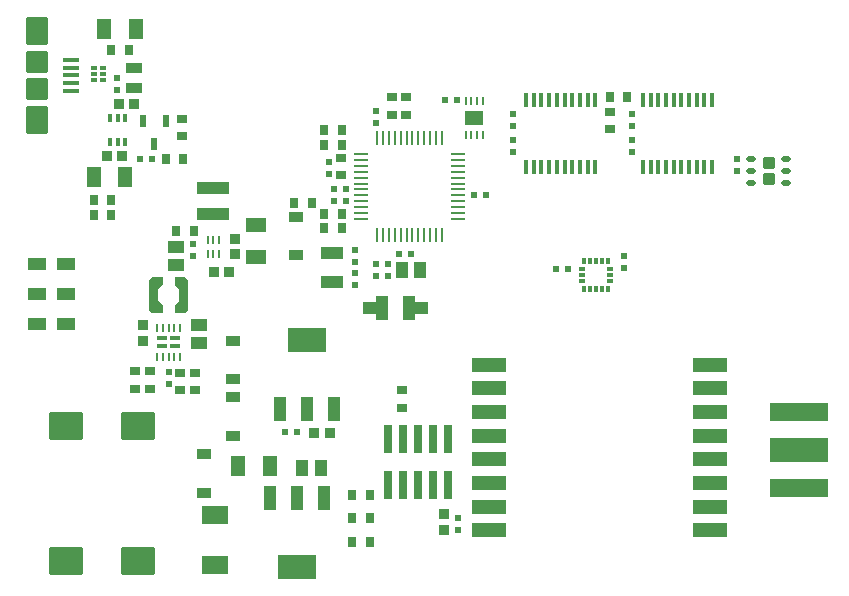
<source format=gtp>
G04 Layer_Color=8421504*
%FSLAX25Y25*%
%MOIN*%
G70*
G01*
G75*
%ADD11R,0.02559X0.03347*%
%ADD12R,0.03347X0.02559*%
%ADD13R,0.01968X0.01968*%
%ADD14R,0.01968X0.01968*%
%ADD15R,0.06299X0.03937*%
G04:AMPARAMS|DCode=16|XSize=110.24mil|YSize=94.49mil|CornerRadius=4.72mil|HoleSize=0mil|Usage=FLASHONLY|Rotation=0.000|XOffset=0mil|YOffset=0mil|HoleType=Round|Shape=RoundedRectangle|*
%AMROUNDEDRECTD16*
21,1,0.11024,0.08504,0,0,0.0*
21,1,0.10079,0.09449,0,0,0.0*
1,1,0.00945,0.05039,-0.04252*
1,1,0.00945,-0.05039,-0.04252*
1,1,0.00945,-0.05039,0.04252*
1,1,0.00945,0.05039,0.04252*
%
%ADD16ROUNDEDRECTD16*%
%ADD18O,0.03347X0.01772*%
%ADD20R,0.01378X0.02165*%
%ADD21R,0.02165X0.01378*%
%ADD22R,0.11811X0.04724*%
%ADD23R,0.05905X0.05118*%
%ADD24R,0.00984X0.03150*%
%ADD25O,0.00984X0.04921*%
%ADD26O,0.04921X0.00984*%
%ADD27R,0.01575X0.02559*%
%ADD29R,0.01102X0.03150*%
%ADD31R,0.03937X0.08465*%
%ADD32R,0.12598X0.08465*%
%ADD33R,0.01929X0.01181*%
%ADD34R,0.02047X0.01181*%
%ADD35O,0.01575X0.04724*%
%ADD37R,0.02362X0.04331*%
%ADD38R,0.03937X0.07874*%
%ADD39R,0.02500X0.08000*%
%ADD40R,0.10630X0.03937*%
%ADD41R,0.05315X0.03661*%
%ADD42R,0.08583X0.06378*%
%ADD43R,0.04803X0.03583*%
%ADD44R,0.03000X0.09449*%
G04:AMPARAMS|DCode=45|XSize=15.75mil|YSize=55.12mil|CornerRadius=0.79mil|HoleSize=0mil|Usage=FLASHONLY|Rotation=270.000|XOffset=0mil|YOffset=0mil|HoleType=Round|Shape=RoundedRectangle|*
%AMROUNDEDRECTD45*
21,1,0.01575,0.05354,0,0,270.0*
21,1,0.01417,0.05512,0,0,270.0*
1,1,0.00158,-0.02677,-0.00709*
1,1,0.00158,-0.02677,0.00709*
1,1,0.00158,0.02677,0.00709*
1,1,0.00158,0.02677,-0.00709*
%
%ADD45ROUNDEDRECTD45*%
G04:AMPARAMS|DCode=46|XSize=70.87mil|YSize=74.8mil|CornerRadius=3.54mil|HoleSize=0mil|Usage=FLASHONLY|Rotation=270.000|XOffset=0mil|YOffset=0mil|HoleType=Round|Shape=RoundedRectangle|*
%AMROUNDEDRECTD46*
21,1,0.07087,0.06772,0,0,270.0*
21,1,0.06378,0.07480,0,0,270.0*
1,1,0.00709,-0.03386,-0.03189*
1,1,0.00709,-0.03386,0.03189*
1,1,0.00709,0.03386,0.03189*
1,1,0.00709,0.03386,-0.03189*
%
%ADD46ROUNDEDRECTD46*%
G04:AMPARAMS|DCode=47|XSize=90.55mil|YSize=74.8mil|CornerRadius=3.74mil|HoleSize=0mil|Usage=FLASHONLY|Rotation=270.000|XOffset=0mil|YOffset=0mil|HoleType=Round|Shape=RoundedRectangle|*
%AMROUNDEDRECTD47*
21,1,0.09055,0.06732,0,0,270.0*
21,1,0.08307,0.07480,0,0,270.0*
1,1,0.00748,-0.03366,-0.04153*
1,1,0.00748,-0.03366,0.04153*
1,1,0.00748,0.03366,0.04153*
1,1,0.00748,0.03366,-0.04153*
%
%ADD47ROUNDEDRECTD47*%
%ADD48R,0.03937X0.05512*%
%ADD49R,0.03347X0.03543*%
%ADD50R,0.05512X0.03937*%
%ADD51R,0.03543X0.03347*%
%ADD52R,0.06890X0.04724*%
%ADD53R,0.04724X0.06890*%
%ADD54R,0.19685X0.05905*%
%ADD55R,0.19685X0.07874*%
G04:AMPARAMS|DCode=86|XSize=39.37mil|YSize=39.37mil|CornerRadius=3.94mil|HoleSize=0mil|Usage=FLASHONLY|Rotation=0.000|XOffset=0mil|YOffset=0mil|HoleType=Round|Shape=RoundedRectangle|*
%AMROUNDEDRECTD86*
21,1,0.03937,0.03150,0,0,0.0*
21,1,0.03150,0.03937,0,0,0.0*
1,1,0.00787,0.01575,-0.01575*
1,1,0.00787,-0.01575,-0.01575*
1,1,0.00787,-0.01575,0.01575*
1,1,0.00787,0.01575,0.01575*
%
%ADD86ROUNDEDRECTD86*%
%ADD87R,0.03347X0.01772*%
%ADD88R,0.07244X0.04095*%
%ADD89R,0.00906X0.02756*%
G36*
X135630Y107480D02*
X127803D01*
Y111417D01*
X135630D01*
Y107480D01*
D02*
G37*
G36*
X121803D02*
X113976D01*
Y111417D01*
X121803D01*
Y107480D01*
D02*
G37*
G36*
X55713Y118780D02*
Y108780D01*
X54713Y107780D01*
X51213D01*
Y110529D01*
X52713Y111779D01*
Y115779D01*
X51213Y117030D01*
Y119780D01*
X54713D01*
X55713Y118780D01*
D02*
G37*
G36*
X47213Y117030D02*
X45713Y115779D01*
Y111779D01*
X47213Y110529D01*
Y107780D01*
X43713D01*
X42713Y108780D01*
Y118780D01*
X43713Y119780D01*
X47213D01*
Y117030D01*
D02*
G37*
D11*
X100984Y136221D02*
D03*
X106890D02*
D03*
X202165Y179921D02*
D03*
X196260D02*
D03*
X100984Y168898D02*
D03*
X106890D02*
D03*
X100984Y163779D02*
D03*
X106890D02*
D03*
X106890Y140945D02*
D03*
X100984D02*
D03*
X30118Y140551D02*
D03*
X24213D02*
D03*
X24213Y145669D02*
D03*
X30118D02*
D03*
X97047Y144488D02*
D03*
X91142D02*
D03*
X110433Y47244D02*
D03*
X116339D02*
D03*
X110433Y39370D02*
D03*
X116339D02*
D03*
X110433Y31496D02*
D03*
X116339D02*
D03*
X54134Y159055D02*
D03*
X48228D02*
D03*
X57677Y135039D02*
D03*
X51772D02*
D03*
X36024Y195669D02*
D03*
X30118D02*
D03*
D12*
X106693Y159646D02*
D03*
Y153740D02*
D03*
X42913Y88386D02*
D03*
Y82480D02*
D03*
X38189Y82480D02*
D03*
Y88386D02*
D03*
X53543Y166732D02*
D03*
Y172638D02*
D03*
X53150Y87992D02*
D03*
Y82087D02*
D03*
X57874Y82087D02*
D03*
Y87992D02*
D03*
X123622Y179724D02*
D03*
Y173819D02*
D03*
X128347Y179724D02*
D03*
Y173819D02*
D03*
X127165Y82087D02*
D03*
Y76181D02*
D03*
X196457Y169095D02*
D03*
Y175000D02*
D03*
D13*
X102756Y158268D02*
D03*
Y154331D02*
D03*
X201181Y126772D02*
D03*
Y122835D02*
D03*
X238583Y159055D02*
D03*
Y155118D02*
D03*
X145669Y39370D02*
D03*
Y35433D02*
D03*
X118504Y175197D02*
D03*
Y171260D02*
D03*
X111417Y117126D02*
D03*
Y121063D02*
D03*
Y128937D02*
D03*
Y125000D02*
D03*
X49213Y84252D02*
D03*
Y88189D02*
D03*
X57480Y126772D02*
D03*
Y130709D02*
D03*
X203543Y170079D02*
D03*
Y174016D02*
D03*
Y165354D02*
D03*
Y161417D02*
D03*
X31890Y186221D02*
D03*
Y182283D02*
D03*
X164173Y170079D02*
D03*
Y174016D02*
D03*
Y165354D02*
D03*
Y161417D02*
D03*
D14*
X104331Y149213D02*
D03*
X108268D02*
D03*
X104331Y145276D02*
D03*
X108268D02*
D03*
X178346Y122441D02*
D03*
X182283D02*
D03*
X141339Y178740D02*
D03*
X145276D02*
D03*
X155118Y147047D02*
D03*
X151181D02*
D03*
X125984Y127559D02*
D03*
X129921D02*
D03*
X92126Y68110D02*
D03*
X88189D02*
D03*
X118504Y120079D02*
D03*
X122441D02*
D03*
X118504Y124016D02*
D03*
X122441D02*
D03*
X43701Y159055D02*
D03*
X39764D02*
D03*
D15*
X14961Y124016D02*
D03*
Y114173D02*
D03*
Y104331D02*
D03*
X5512D02*
D03*
Y114173D02*
D03*
Y124016D02*
D03*
D16*
X15157Y25197D02*
D03*
X39173D02*
D03*
Y70079D02*
D03*
X15157D02*
D03*
D18*
X254921Y151181D02*
D03*
Y155118D02*
D03*
Y159055D02*
D03*
X243504D02*
D03*
Y155118D02*
D03*
Y151181D02*
D03*
D20*
X187795Y115748D02*
D03*
X189764D02*
D03*
X191732D02*
D03*
X193701D02*
D03*
X195669D02*
D03*
Y125197D02*
D03*
X193701D02*
D03*
X191732D02*
D03*
X189764D02*
D03*
X187795D02*
D03*
D21*
X196457Y118504D02*
D03*
Y120473D02*
D03*
Y122441D02*
D03*
X187008D02*
D03*
Y120473D02*
D03*
Y118504D02*
D03*
D22*
X229724Y90551D02*
D03*
Y82677D02*
D03*
Y74803D02*
D03*
Y66929D02*
D03*
Y59055D02*
D03*
Y51181D02*
D03*
Y43307D02*
D03*
Y35433D02*
D03*
X156102D02*
D03*
Y43307D02*
D03*
Y51181D02*
D03*
Y59055D02*
D03*
Y90551D02*
D03*
Y82677D02*
D03*
Y74803D02*
D03*
Y66929D02*
D03*
D23*
X151181Y172835D02*
D03*
D24*
X154134Y178524D02*
D03*
X152165D02*
D03*
X150197D02*
D03*
X148228D02*
D03*
X154134Y167146D02*
D03*
X152165D02*
D03*
X150197D02*
D03*
X148228D02*
D03*
D25*
X118701Y133760D02*
D03*
X120669D02*
D03*
X122638D02*
D03*
X124606D02*
D03*
X126575D02*
D03*
X128543D02*
D03*
X130512D02*
D03*
X132480D02*
D03*
X134449D02*
D03*
X136417D02*
D03*
X138386D02*
D03*
X140354D02*
D03*
Y166240D02*
D03*
X138386D02*
D03*
X136417D02*
D03*
X134449D02*
D03*
X132480D02*
D03*
X130512D02*
D03*
X128543D02*
D03*
X126575D02*
D03*
X124606D02*
D03*
X122638D02*
D03*
X120669D02*
D03*
X118701D02*
D03*
D26*
X145768Y139173D02*
D03*
Y141142D02*
D03*
Y143110D02*
D03*
Y145079D02*
D03*
Y147047D02*
D03*
Y149016D02*
D03*
Y150984D02*
D03*
Y152953D02*
D03*
Y154921D02*
D03*
Y156890D02*
D03*
Y158858D02*
D03*
Y160827D02*
D03*
X113287D02*
D03*
Y158858D02*
D03*
Y156890D02*
D03*
Y154921D02*
D03*
Y152953D02*
D03*
Y150984D02*
D03*
Y149016D02*
D03*
Y147047D02*
D03*
Y145079D02*
D03*
Y143110D02*
D03*
Y141142D02*
D03*
Y139173D02*
D03*
D27*
X34843Y172933D02*
D03*
X32283D02*
D03*
X29724D02*
D03*
Y164862D02*
D03*
X32283D02*
D03*
X34843D02*
D03*
D29*
X49213Y93110D02*
D03*
X45276D02*
D03*
X47244D02*
D03*
X51181D02*
D03*
X53150D02*
D03*
Y102953D02*
D03*
X51181D02*
D03*
X47244D02*
D03*
X45276D02*
D03*
X49213D02*
D03*
D31*
X86221Y75886D02*
D03*
X95276D02*
D03*
X104331D02*
D03*
X101181Y46161D02*
D03*
X92126D02*
D03*
X83071D02*
D03*
D32*
X95276Y98917D02*
D03*
X92126Y23130D02*
D03*
D33*
X27500Y189370D02*
D03*
Y187402D02*
D03*
Y185433D02*
D03*
X24468D02*
D03*
Y187402D02*
D03*
D34*
Y189370D02*
D03*
D35*
X207382Y156496D02*
D03*
X209941D02*
D03*
X212500D02*
D03*
X215059D02*
D03*
X217618D02*
D03*
X220177D02*
D03*
X222736D02*
D03*
X225295D02*
D03*
X227854D02*
D03*
X230413D02*
D03*
X207382Y178937D02*
D03*
X209941D02*
D03*
X212500D02*
D03*
X215059D02*
D03*
X217618D02*
D03*
X220177D02*
D03*
X222736D02*
D03*
X225295D02*
D03*
X227854D02*
D03*
X230413D02*
D03*
X168405Y156496D02*
D03*
X170965D02*
D03*
X173524D02*
D03*
X176083D02*
D03*
X178642D02*
D03*
X181201D02*
D03*
X183760D02*
D03*
X186319D02*
D03*
X188878D02*
D03*
X191437D02*
D03*
X168405Y178937D02*
D03*
X170965D02*
D03*
X173524D02*
D03*
X176083D02*
D03*
X178642D02*
D03*
X181201D02*
D03*
X183760D02*
D03*
X186319D02*
D03*
X188878D02*
D03*
X191437D02*
D03*
D37*
X44488Y164272D02*
D03*
X40748Y171949D02*
D03*
X48228D02*
D03*
D38*
X129331Y109449D02*
D03*
X120276D02*
D03*
D39*
X54213Y113779D02*
D03*
X44213D02*
D03*
D40*
X64173Y140945D02*
D03*
Y149606D02*
D03*
D41*
X37795Y182815D02*
D03*
Y189626D02*
D03*
D42*
X64567Y23976D02*
D03*
Y40591D02*
D03*
D43*
X91732Y139911D02*
D03*
Y127018D02*
D03*
X70866Y98573D02*
D03*
Y85679D02*
D03*
Y66782D02*
D03*
Y79675D02*
D03*
X61024Y60778D02*
D03*
Y47884D02*
D03*
D44*
X122283Y65945D02*
D03*
X127284D02*
D03*
X132283D02*
D03*
X137284D02*
D03*
X142283D02*
D03*
X122283Y50591D02*
D03*
X127284D02*
D03*
X132283D02*
D03*
X137284D02*
D03*
X142283D02*
D03*
D45*
X16634Y192126D02*
D03*
Y189567D02*
D03*
Y187008D02*
D03*
Y184449D02*
D03*
Y181890D02*
D03*
D46*
X5413Y191535D02*
D03*
Y182480D02*
D03*
D47*
Y201772D02*
D03*
Y172244D02*
D03*
D48*
X132972Y122047D02*
D03*
X126870D02*
D03*
X93799Y56299D02*
D03*
X99902D02*
D03*
D49*
X140945Y35630D02*
D03*
Y40748D02*
D03*
X40551Y103740D02*
D03*
Y98622D02*
D03*
X71260Y132480D02*
D03*
Y127362D02*
D03*
D50*
X59449Y103839D02*
D03*
Y97736D02*
D03*
X51575Y123721D02*
D03*
Y129823D02*
D03*
D51*
X37795Y177559D02*
D03*
X32677D02*
D03*
X28543Y160236D02*
D03*
X33661D02*
D03*
X64370Y121653D02*
D03*
X69488D02*
D03*
X102953Y67716D02*
D03*
X97835D02*
D03*
D52*
X78347Y126575D02*
D03*
Y137205D02*
D03*
D53*
X72244Y56693D02*
D03*
X82874D02*
D03*
X38386Y202362D02*
D03*
X27756D02*
D03*
X34843Y153150D02*
D03*
X24213D02*
D03*
D54*
X259370Y49409D02*
D03*
Y75000D02*
D03*
D55*
Y62205D02*
D03*
D86*
X249213Y157677D02*
D03*
Y152559D02*
D03*
D87*
X47106Y96713D02*
D03*
X47106Y99350D02*
D03*
X51319Y99350D02*
D03*
X51319Y96713D02*
D03*
D88*
X103543Y118110D02*
D03*
Y127953D02*
D03*
D89*
X62205Y127657D02*
D03*
X64173D02*
D03*
X66142D02*
D03*
X62205Y132185D02*
D03*
X64173D02*
D03*
X66142D02*
D03*
M02*

</source>
